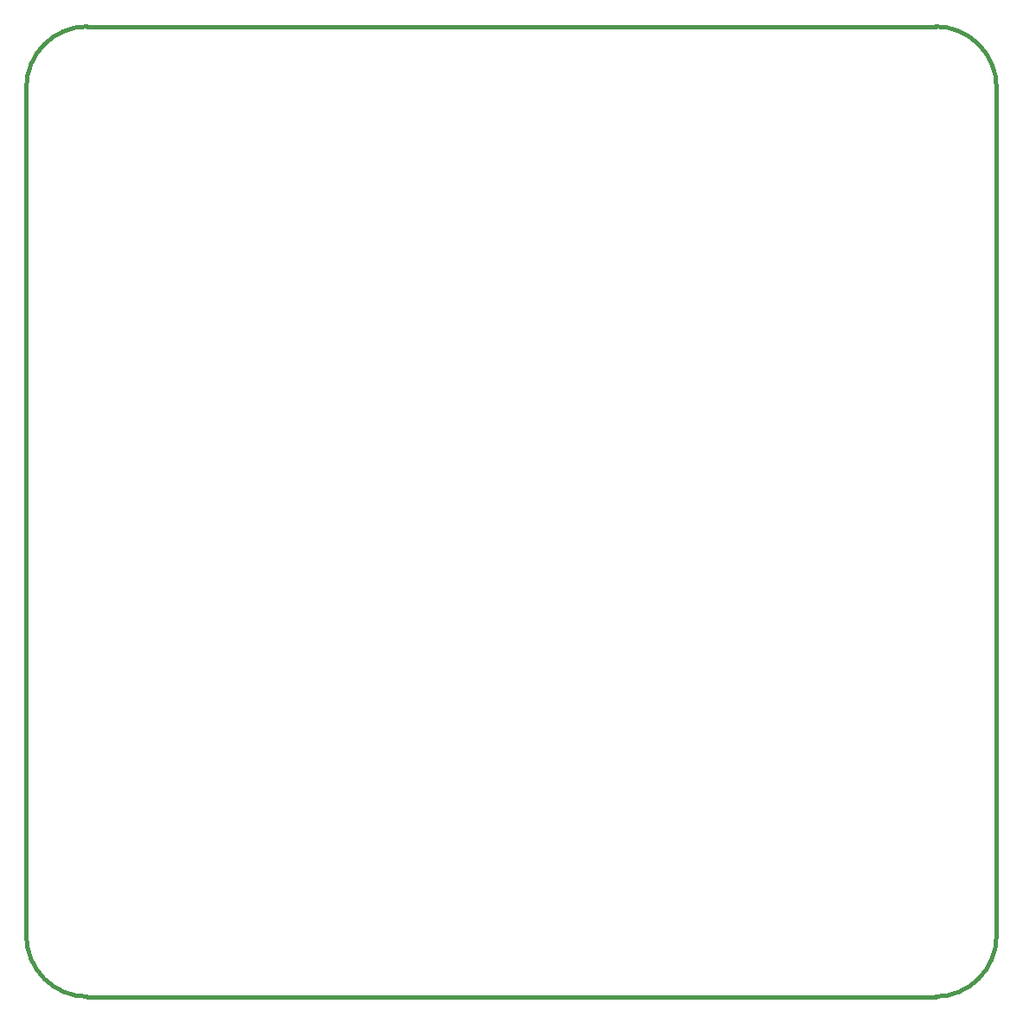
<source format=gbr>
G04 (created by PCBNEW (2013-05-31 BZR 4019)-stable) date 6/28/2014 2:34:58 PM*
%MOIN*%
G04 Gerber Fmt 3.4, Leading zero omitted, Abs format*
%FSLAX34Y34*%
G01*
G70*
G90*
G04 APERTURE LIST*
%ADD10C,0.00590551*%
%ADD11C,0.015*%
G04 APERTURE END LIST*
G54D10*
G54D11*
X68401Y-53039D02*
X68401Y-20362D01*
X33362Y-55401D02*
X66039Y-55401D01*
X31000Y-20362D02*
X31000Y-53039D01*
X66039Y-18000D02*
X33362Y-18000D01*
X31000Y-53039D02*
G75*
G03X33362Y-55401I2362J0D01*
G74*
G01*
X66039Y-55401D02*
G75*
G03X68401Y-53039I0J2362D01*
G74*
G01*
X68401Y-20362D02*
G75*
G03X66039Y-18000I-2362J0D01*
G74*
G01*
X33362Y-18000D02*
G75*
G03X31000Y-20362I0J-2362D01*
G74*
G01*
M02*

</source>
